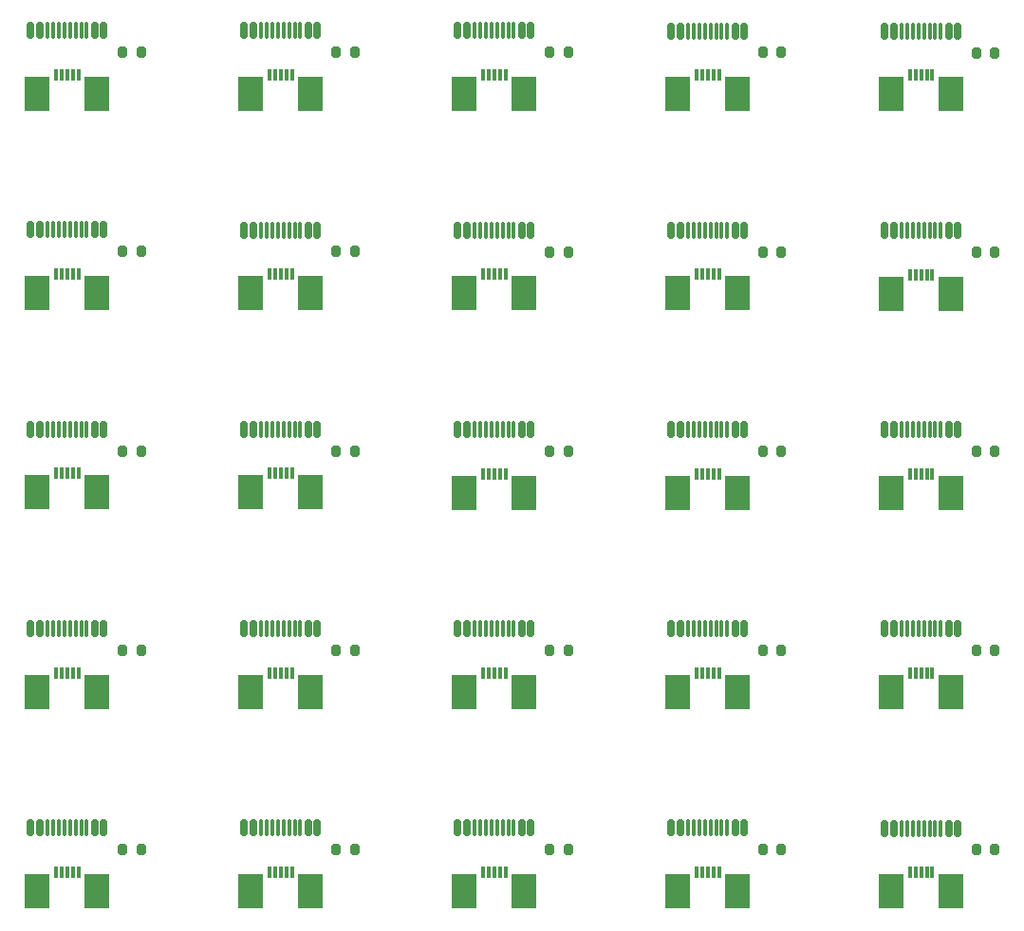
<source format=gtp>
G04 #@! TF.GenerationSoftware,KiCad,Pcbnew,8.99.0-2194-gb3b7cbcab2*
G04 #@! TF.CreationDate,2024-09-18T03:52:13+07:00*
G04 #@! TF.ProjectId,Unified-Daughterboard,556e6966-6965-4642-9d44-617567687465,C3*
G04 #@! TF.SameCoordinates,Original*
G04 #@! TF.FileFunction,Paste,Top*
G04 #@! TF.FilePolarity,Positive*
%FSLAX46Y46*%
G04 Gerber Fmt 4.6, Leading zero omitted, Abs format (unit mm)*
G04 Created by KiCad (PCBNEW 8.99.0-2194-gb3b7cbcab2) date 2024-09-18 03:52:13*
%MOMM*%
%LPD*%
G01*
G04 APERTURE LIST*
G04 Aperture macros list*
%AMRoundRect*
0 Rectangle with rounded corners*
0 $1 Rounding radius*
0 $2 $3 $4 $5 $6 $7 $8 $9 X,Y pos of 4 corners*
0 Add a 4 corners polygon primitive as box body*
4,1,4,$2,$3,$4,$5,$6,$7,$8,$9,$2,$3,0*
0 Add four circle primitives for the rounded corners*
1,1,$1+$1,$2,$3*
1,1,$1+$1,$4,$5*
1,1,$1+$1,$6,$7*
1,1,$1+$1,$8,$9*
0 Add four rect primitives between the rounded corners*
20,1,$1+$1,$2,$3,$4,$5,0*
20,1,$1+$1,$4,$5,$6,$7,0*
20,1,$1+$1,$6,$7,$8,$9,0*
20,1,$1+$1,$8,$9,$2,$3,0*%
G04 Aperture macros list end*
%ADD10RoundRect,0.150000X0.150000X0.575000X-0.150000X0.575000X-0.150000X-0.575000X0.150000X-0.575000X0*%
%ADD11RoundRect,0.075000X0.075000X0.650000X-0.075000X0.650000X-0.075000X-0.650000X0.075000X-0.650000X0*%
%ADD12R,0.300000X1.100000*%
%ADD13R,2.300000X3.100000*%
%ADD14RoundRect,0.200000X-0.200000X-0.275000X0.200000X-0.275000X0.200000X0.275000X-0.200000X0.275000X0*%
G04 APERTURE END LIST*
D10*
X94996840Y-98122000D03*
X94196840Y-98122000D03*
D11*
X92996840Y-98122000D03*
X92000840Y-98122000D03*
X91496840Y-98122000D03*
X90496840Y-98122000D03*
D10*
X88496840Y-98122000D03*
X89296840Y-98122000D03*
D11*
X89996840Y-98122000D03*
X90996840Y-98122000D03*
X92496840Y-98122000D03*
X93496840Y-98122000D03*
D12*
X90746840Y-102072000D03*
X91246840Y-102072000D03*
X91746840Y-102072000D03*
D13*
X89076840Y-103772000D03*
D12*
X92246840Y-102072000D03*
X92746840Y-102072000D03*
D13*
X94416840Y-103772000D03*
D14*
X96681010Y-100062170D03*
X98331010Y-100062170D03*
D12*
X52652500Y-102052000D03*
X53152500Y-102052000D03*
X53652500Y-102052000D03*
D13*
X50982500Y-103752000D03*
D12*
X54152500Y-102052000D03*
X54652500Y-102052000D03*
D13*
X56322500Y-103752000D03*
D10*
X56902500Y-98102000D03*
X56102500Y-98102000D03*
D11*
X54902500Y-98102000D03*
X53906500Y-98102000D03*
X53402500Y-98102000D03*
X52402500Y-98102000D03*
D10*
X50402500Y-98102000D03*
X51202500Y-98102000D03*
D11*
X51902500Y-98102000D03*
X52902500Y-98102000D03*
X54402500Y-98102000D03*
X55402500Y-98102000D03*
D10*
X75949670Y-98112000D03*
X75149670Y-98112000D03*
D11*
X73949670Y-98112000D03*
X72953670Y-98112000D03*
X72449670Y-98112000D03*
X71449670Y-98112000D03*
D10*
X69449670Y-98112000D03*
X70249670Y-98112000D03*
D11*
X70949670Y-98112000D03*
X71949670Y-98112000D03*
X73449670Y-98112000D03*
X74449670Y-98112000D03*
D14*
X58586670Y-100042170D03*
X60236670Y-100042170D03*
X77633840Y-100052170D03*
X79283840Y-100052170D03*
D12*
X71699670Y-102062000D03*
X72199670Y-102062000D03*
X72699670Y-102062000D03*
D13*
X70029670Y-103762000D03*
D12*
X73199670Y-102062000D03*
X73699670Y-102062000D03*
D13*
X75369670Y-103762000D03*
D10*
X37855330Y-98092000D03*
X37055330Y-98092000D03*
D11*
X35855330Y-98092000D03*
X34859330Y-98092000D03*
X34355330Y-98092000D03*
X33355330Y-98092000D03*
D10*
X31355330Y-98092000D03*
X32155330Y-98092000D03*
D11*
X32855330Y-98092000D03*
X33855330Y-98092000D03*
X35355330Y-98092000D03*
X36355330Y-98092000D03*
D14*
X115728180Y-100072170D03*
X117378180Y-100072170D03*
D10*
X114044010Y-98132000D03*
X113244010Y-98132000D03*
D11*
X112044010Y-98132000D03*
X111048010Y-98132000D03*
X110544010Y-98132000D03*
X109544010Y-98132000D03*
D10*
X107544010Y-98132000D03*
X108344010Y-98132000D03*
D11*
X109044010Y-98132000D03*
X110044010Y-98132000D03*
X111544010Y-98132000D03*
X112544010Y-98132000D03*
D12*
X109794010Y-102082000D03*
X110294010Y-102082000D03*
X110794010Y-102082000D03*
D13*
X108124010Y-103782000D03*
D12*
X111294010Y-102082000D03*
X111794010Y-102082000D03*
D13*
X113464010Y-103782000D03*
D14*
X39539500Y-100032170D03*
X41189500Y-100032170D03*
D12*
X33605330Y-102042000D03*
X34105330Y-102042000D03*
X34605330Y-102042000D03*
D13*
X31935330Y-103742000D03*
D12*
X35105330Y-102042000D03*
X35605330Y-102042000D03*
D13*
X37275330Y-103742000D03*
D10*
X94996840Y-80322000D03*
X94196840Y-80322000D03*
D11*
X92996840Y-80322000D03*
X92000840Y-80322000D03*
X91496840Y-80322000D03*
X90496840Y-80322000D03*
D10*
X88496840Y-80322000D03*
X89296840Y-80322000D03*
D11*
X89996840Y-80322000D03*
X90996840Y-80322000D03*
X92496840Y-80322000D03*
X93496840Y-80322000D03*
D12*
X90746840Y-84272000D03*
X91246840Y-84272000D03*
X91746840Y-84272000D03*
D13*
X89076840Y-85972000D03*
D12*
X92246840Y-84272000D03*
X92746840Y-84272000D03*
D13*
X94416840Y-85972000D03*
D14*
X96681010Y-82262170D03*
X98331010Y-82262170D03*
D12*
X52652500Y-84252000D03*
X53152500Y-84252000D03*
X53652500Y-84252000D03*
D13*
X50982500Y-85952000D03*
D12*
X54152500Y-84252000D03*
X54652500Y-84252000D03*
D13*
X56322500Y-85952000D03*
D10*
X56902500Y-80302000D03*
X56102500Y-80302000D03*
D11*
X54902500Y-80302000D03*
X53906500Y-80302000D03*
X53402500Y-80302000D03*
X52402500Y-80302000D03*
D10*
X50402500Y-80302000D03*
X51202500Y-80302000D03*
D11*
X51902500Y-80302000D03*
X52902500Y-80302000D03*
X54402500Y-80302000D03*
X55402500Y-80302000D03*
D10*
X75949670Y-80312000D03*
X75149670Y-80312000D03*
D11*
X73949670Y-80312000D03*
X72953670Y-80312000D03*
X72449670Y-80312000D03*
X71449670Y-80312000D03*
D10*
X69449670Y-80312000D03*
X70249670Y-80312000D03*
D11*
X70949670Y-80312000D03*
X71949670Y-80312000D03*
X73449670Y-80312000D03*
X74449670Y-80312000D03*
D14*
X58586670Y-82242170D03*
X60236670Y-82242170D03*
X77633840Y-82252170D03*
X79283840Y-82252170D03*
D12*
X71699670Y-84262000D03*
X72199670Y-84262000D03*
X72699670Y-84262000D03*
D13*
X70029670Y-85962000D03*
D12*
X73199670Y-84262000D03*
X73699670Y-84262000D03*
D13*
X75369670Y-85962000D03*
D10*
X37855330Y-80292000D03*
X37055330Y-80292000D03*
D11*
X35855330Y-80292000D03*
X34859330Y-80292000D03*
X34355330Y-80292000D03*
X33355330Y-80292000D03*
D10*
X31355330Y-80292000D03*
X32155330Y-80292000D03*
D11*
X32855330Y-80292000D03*
X33855330Y-80292000D03*
X35355330Y-80292000D03*
X36355330Y-80292000D03*
D14*
X115728180Y-82272170D03*
X117378180Y-82272170D03*
D10*
X114044010Y-80332000D03*
X113244010Y-80332000D03*
D11*
X112044010Y-80332000D03*
X111048010Y-80332000D03*
X110544010Y-80332000D03*
X109544010Y-80332000D03*
D10*
X107544010Y-80332000D03*
X108344010Y-80332000D03*
D11*
X109044010Y-80332000D03*
X110044010Y-80332000D03*
X111544010Y-80332000D03*
X112544010Y-80332000D03*
D12*
X109794010Y-84282000D03*
X110294010Y-84282000D03*
X110794010Y-84282000D03*
D13*
X108124010Y-85982000D03*
D12*
X111294010Y-84282000D03*
X111794010Y-84282000D03*
D13*
X113464010Y-85982000D03*
D14*
X39539500Y-82232170D03*
X41189500Y-82232170D03*
D12*
X33605330Y-84242000D03*
X34105330Y-84242000D03*
X34605330Y-84242000D03*
D13*
X31935330Y-85942000D03*
D12*
X35105330Y-84242000D03*
X35605330Y-84242000D03*
D13*
X37275330Y-85942000D03*
D10*
X94996840Y-62522000D03*
X94196840Y-62522000D03*
D11*
X92996840Y-62522000D03*
X92000840Y-62522000D03*
X91496840Y-62522000D03*
X90496840Y-62522000D03*
D10*
X88496840Y-62522000D03*
X89296840Y-62522000D03*
D11*
X89996840Y-62522000D03*
X90996840Y-62522000D03*
X92496840Y-62522000D03*
X93496840Y-62522000D03*
D12*
X90746840Y-66472000D03*
X91246840Y-66472000D03*
X91746840Y-66472000D03*
D13*
X89076840Y-68172000D03*
D12*
X92246840Y-66472000D03*
X92746840Y-66472000D03*
D13*
X94416840Y-68172000D03*
D14*
X96681010Y-64462170D03*
X98331010Y-64462170D03*
D12*
X52652500Y-66452000D03*
X53152500Y-66452000D03*
X53652500Y-66452000D03*
D13*
X50982500Y-68152000D03*
D12*
X54152500Y-66452000D03*
X54652500Y-66452000D03*
D13*
X56322500Y-68152000D03*
D10*
X56902500Y-62502000D03*
X56102500Y-62502000D03*
D11*
X54902500Y-62502000D03*
X53906500Y-62502000D03*
X53402500Y-62502000D03*
X52402500Y-62502000D03*
D10*
X50402500Y-62502000D03*
X51202500Y-62502000D03*
D11*
X51902500Y-62502000D03*
X52902500Y-62502000D03*
X54402500Y-62502000D03*
X55402500Y-62502000D03*
D10*
X75949670Y-62512000D03*
X75149670Y-62512000D03*
D11*
X73949670Y-62512000D03*
X72953670Y-62512000D03*
X72449670Y-62512000D03*
X71449670Y-62512000D03*
D10*
X69449670Y-62512000D03*
X70249670Y-62512000D03*
D11*
X70949670Y-62512000D03*
X71949670Y-62512000D03*
X73449670Y-62512000D03*
X74449670Y-62512000D03*
D14*
X58586670Y-64442170D03*
X60236670Y-64442170D03*
X77633840Y-64452170D03*
X79283840Y-64452170D03*
D12*
X71699670Y-66462000D03*
X72199670Y-66462000D03*
X72699670Y-66462000D03*
D13*
X70029670Y-68162000D03*
D12*
X73199670Y-66462000D03*
X73699670Y-66462000D03*
D13*
X75369670Y-68162000D03*
D10*
X37855330Y-62492000D03*
X37055330Y-62492000D03*
D11*
X35855330Y-62492000D03*
X34859330Y-62492000D03*
X34355330Y-62492000D03*
X33355330Y-62492000D03*
D10*
X31355330Y-62492000D03*
X32155330Y-62492000D03*
D11*
X32855330Y-62492000D03*
X33855330Y-62492000D03*
X35355330Y-62492000D03*
X36355330Y-62492000D03*
D14*
X115728180Y-64472170D03*
X117378180Y-64472170D03*
D10*
X114044010Y-62532000D03*
X113244010Y-62532000D03*
D11*
X112044010Y-62532000D03*
X111048010Y-62532000D03*
X110544010Y-62532000D03*
X109544010Y-62532000D03*
D10*
X107544010Y-62532000D03*
X108344010Y-62532000D03*
D11*
X109044010Y-62532000D03*
X110044010Y-62532000D03*
X111544010Y-62532000D03*
X112544010Y-62532000D03*
D12*
X109794010Y-66482000D03*
X110294010Y-66482000D03*
X110794010Y-66482000D03*
D13*
X108124010Y-68182000D03*
D12*
X111294010Y-66482000D03*
X111794010Y-66482000D03*
D13*
X113464010Y-68182000D03*
D14*
X39539500Y-64432170D03*
X41189500Y-64432170D03*
D12*
X33605330Y-66442000D03*
X34105330Y-66442000D03*
X34605330Y-66442000D03*
D13*
X31935330Y-68142000D03*
D12*
X35105330Y-66442000D03*
X35605330Y-66442000D03*
D13*
X37275330Y-68142000D03*
D10*
X94996840Y-44722000D03*
X94196840Y-44722000D03*
D11*
X92996840Y-44722000D03*
X92000840Y-44722000D03*
X91496840Y-44722000D03*
X90496840Y-44722000D03*
D10*
X88496840Y-44722000D03*
X89296840Y-44722000D03*
D11*
X89996840Y-44722000D03*
X90996840Y-44722000D03*
X92496840Y-44722000D03*
X93496840Y-44722000D03*
D12*
X90746840Y-48672000D03*
X91246840Y-48672000D03*
X91746840Y-48672000D03*
D13*
X89076840Y-50372000D03*
D12*
X92246840Y-48672000D03*
X92746840Y-48672000D03*
D13*
X94416840Y-50372000D03*
D14*
X96681010Y-46662170D03*
X98331010Y-46662170D03*
D12*
X52652500Y-48652000D03*
X53152500Y-48652000D03*
X53652500Y-48652000D03*
D13*
X50982500Y-50352000D03*
D12*
X54152500Y-48652000D03*
X54652500Y-48652000D03*
D13*
X56322500Y-50352000D03*
D10*
X56902500Y-44702000D03*
X56102500Y-44702000D03*
D11*
X54902500Y-44702000D03*
X53906500Y-44702000D03*
X53402500Y-44702000D03*
X52402500Y-44702000D03*
D10*
X50402500Y-44702000D03*
X51202500Y-44702000D03*
D11*
X51902500Y-44702000D03*
X52902500Y-44702000D03*
X54402500Y-44702000D03*
X55402500Y-44702000D03*
D10*
X75949670Y-44712000D03*
X75149670Y-44712000D03*
D11*
X73949670Y-44712000D03*
X72953670Y-44712000D03*
X72449670Y-44712000D03*
X71449670Y-44712000D03*
D10*
X69449670Y-44712000D03*
X70249670Y-44712000D03*
D11*
X70949670Y-44712000D03*
X71949670Y-44712000D03*
X73449670Y-44712000D03*
X74449670Y-44712000D03*
D14*
X58586670Y-46642170D03*
X60236670Y-46642170D03*
X77633840Y-46652170D03*
X79283840Y-46652170D03*
D12*
X71699670Y-48662000D03*
X72199670Y-48662000D03*
X72699670Y-48662000D03*
D13*
X70029670Y-50362000D03*
D12*
X73199670Y-48662000D03*
X73699670Y-48662000D03*
D13*
X75369670Y-50362000D03*
D10*
X37855330Y-44692000D03*
X37055330Y-44692000D03*
D11*
X35855330Y-44692000D03*
X34859330Y-44692000D03*
X34355330Y-44692000D03*
X33355330Y-44692000D03*
D10*
X31355330Y-44692000D03*
X32155330Y-44692000D03*
D11*
X32855330Y-44692000D03*
X33855330Y-44692000D03*
X35355330Y-44692000D03*
X36355330Y-44692000D03*
D14*
X115728180Y-46672170D03*
X117378180Y-46672170D03*
D10*
X114044010Y-44732000D03*
X113244010Y-44732000D03*
D11*
X112044010Y-44732000D03*
X111048010Y-44732000D03*
X110544010Y-44732000D03*
X109544010Y-44732000D03*
D10*
X107544010Y-44732000D03*
X108344010Y-44732000D03*
D11*
X109044010Y-44732000D03*
X110044010Y-44732000D03*
X111544010Y-44732000D03*
X112544010Y-44732000D03*
D12*
X109794010Y-48682000D03*
X110294010Y-48682000D03*
X110794010Y-48682000D03*
D13*
X108124010Y-50382000D03*
D12*
X111294010Y-48682000D03*
X111794010Y-48682000D03*
D13*
X113464010Y-50382000D03*
D14*
X39539500Y-46632170D03*
X41189500Y-46632170D03*
D12*
X33605330Y-48642000D03*
X34105330Y-48642000D03*
X34605330Y-48642000D03*
D13*
X31935330Y-50342000D03*
D12*
X35105330Y-48642000D03*
X35605330Y-48642000D03*
D13*
X37275330Y-50342000D03*
D10*
X114044010Y-26932000D03*
X113244010Y-26932000D03*
D11*
X112044010Y-26932000D03*
X111048010Y-26932000D03*
X110544010Y-26932000D03*
X109544010Y-26932000D03*
D10*
X107544010Y-26932000D03*
X108344010Y-26932000D03*
D11*
X109044010Y-26932000D03*
X110044010Y-26932000D03*
X111544010Y-26932000D03*
X112544010Y-26932000D03*
D12*
X109794010Y-30882000D03*
X110294010Y-30882000D03*
X110794010Y-30882000D03*
D13*
X108124010Y-32582000D03*
D12*
X111294010Y-30882000D03*
X111794010Y-30882000D03*
D13*
X113464010Y-32582000D03*
D14*
X115728180Y-28872170D03*
X117378180Y-28872170D03*
X79283840Y-28852170D03*
X77633840Y-28852170D03*
D13*
X75369670Y-32562000D03*
D12*
X73699670Y-30862000D03*
X73199670Y-30862000D03*
D13*
X70029670Y-32562000D03*
D12*
X72699670Y-30862000D03*
X72199670Y-30862000D03*
X71699670Y-30862000D03*
D11*
X74449670Y-26912000D03*
X73449670Y-26912000D03*
X71949670Y-26912000D03*
X70949670Y-26912000D03*
D10*
X70249670Y-26912000D03*
X69449670Y-26912000D03*
D11*
X71449670Y-26912000D03*
X72449670Y-26912000D03*
X72953670Y-26912000D03*
X73949670Y-26912000D03*
D10*
X75149670Y-26912000D03*
X75949670Y-26912000D03*
D11*
X55402500Y-26902000D03*
X54402500Y-26902000D03*
X52902500Y-26902000D03*
X51902500Y-26902000D03*
D10*
X51202500Y-26902000D03*
X50402500Y-26902000D03*
D11*
X52402500Y-26902000D03*
X53402500Y-26902000D03*
X53906500Y-26902000D03*
X54902500Y-26902000D03*
D10*
X56102500Y-26902000D03*
X56902500Y-26902000D03*
D14*
X60236670Y-28842170D03*
X58586670Y-28842170D03*
D13*
X56322500Y-32552000D03*
D12*
X54652500Y-30852000D03*
X54152500Y-30852000D03*
D13*
X50982500Y-32552000D03*
D12*
X53652500Y-30852000D03*
X53152500Y-30852000D03*
X52652500Y-30852000D03*
D10*
X32155330Y-26892000D03*
X31355330Y-26892000D03*
X37055330Y-26892000D03*
D11*
X34355330Y-26892000D03*
X33855330Y-26892000D03*
X33355330Y-26892000D03*
X32855330Y-26892000D03*
X34859330Y-26892000D03*
X35355330Y-26892000D03*
X35855330Y-26892000D03*
X36355330Y-26892000D03*
D10*
X37855330Y-26892000D03*
D13*
X94416840Y-32572000D03*
D12*
X92746840Y-30872000D03*
X92246840Y-30872000D03*
D13*
X89076840Y-32572000D03*
D12*
X91746840Y-30872000D03*
X91246840Y-30872000D03*
X90746840Y-30872000D03*
D14*
X98331010Y-28862170D03*
X96681010Y-28862170D03*
D11*
X93496840Y-26922000D03*
X92496840Y-26922000D03*
X90996840Y-26922000D03*
X89996840Y-26922000D03*
D10*
X89296840Y-26922000D03*
X88496840Y-26922000D03*
D11*
X90496840Y-26922000D03*
X91496840Y-26922000D03*
X92000840Y-26922000D03*
X92996840Y-26922000D03*
D10*
X94196840Y-26922000D03*
X94996840Y-26922000D03*
D14*
X41189500Y-28832170D03*
X39539500Y-28832170D03*
D12*
X33605330Y-30842000D03*
X34105330Y-30842000D03*
X34605330Y-30842000D03*
X35105330Y-30842000D03*
X35605330Y-30842000D03*
D13*
X31935330Y-32542000D03*
X37275330Y-32542000D03*
M02*

</source>
